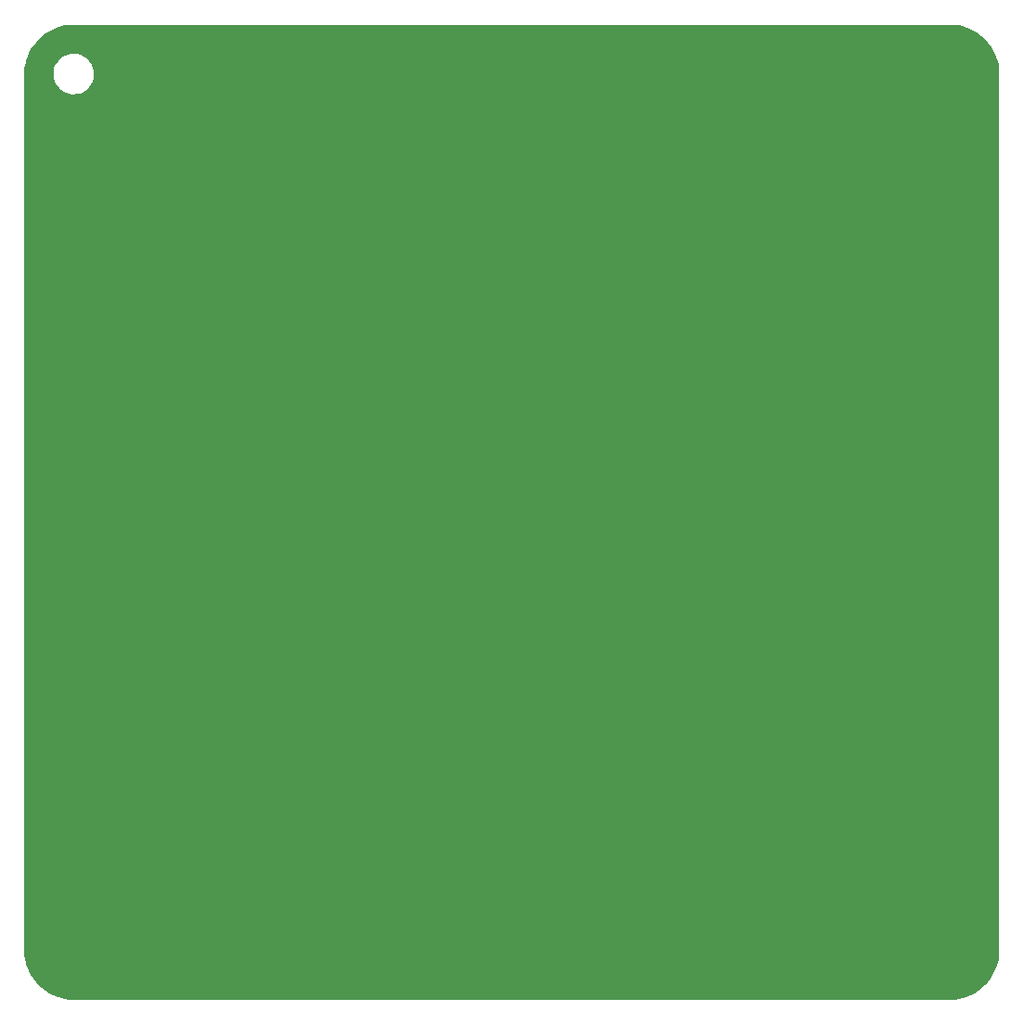
<source format=gbl>
G04 #@! TF.GenerationSoftware,KiCad,Pcbnew,7.0.8*
G04 #@! TF.CreationDate,2023-10-17T14:12:28+02:00*
G04 #@! TF.ProjectId,pour_fillet,706f7572-5f66-4696-9c6c-65742e6b6963,rev?*
G04 #@! TF.SameCoordinates,Original*
G04 #@! TF.FileFunction,Copper,L2,Bot*
G04 #@! TF.FilePolarity,Positive*
%FSLAX46Y46*%
G04 Gerber Fmt 4.6, Leading zero omitted, Abs format (unit mm)*
G04 Created by KiCad (PCBNEW 7.0.8) date 2023-10-17 14:12:28*
%MOMM*%
%LPD*%
G01*
G04 APERTURE LIST*
G04 APERTURE END LIST*
G04 #@! TA.AperFunction,NonConductor*
G36*
X157889474Y-48017504D02*
G01*
X157894826Y-48017973D01*
X158278659Y-48068506D01*
X158283967Y-48069442D01*
X158661920Y-48153232D01*
X158667119Y-48154625D01*
X159036341Y-48271040D01*
X159041422Y-48272889D01*
X159399088Y-48421039D01*
X159403958Y-48423310D01*
X159747350Y-48602069D01*
X159752028Y-48604771D01*
X160078526Y-48812772D01*
X160082959Y-48815876D01*
X160390077Y-49051536D01*
X160394222Y-49055015D01*
X160679630Y-49316543D01*
X160683456Y-49320369D01*
X160944984Y-49605777D01*
X160948463Y-49609922D01*
X161184123Y-49917040D01*
X161187227Y-49921473D01*
X161395228Y-50247971D01*
X161397934Y-50252657D01*
X161576680Y-50596023D01*
X161578964Y-50600921D01*
X161615423Y-50688940D01*
X161727110Y-50958578D01*
X161728961Y-50963663D01*
X161845368Y-51332858D01*
X161846768Y-51338085D01*
X161930556Y-51716030D01*
X161931496Y-51721359D01*
X161982024Y-52105155D01*
X161982496Y-52110546D01*
X161999500Y-52500000D01*
X161999500Y-132500000D01*
X161982496Y-132889453D01*
X161982024Y-132894844D01*
X161931496Y-133278640D01*
X161930556Y-133283969D01*
X161846768Y-133661914D01*
X161845368Y-133667141D01*
X161728961Y-134036336D01*
X161727110Y-134041421D01*
X161578967Y-134399072D01*
X161576680Y-134403976D01*
X161397934Y-134747342D01*
X161395228Y-134752028D01*
X161187227Y-135078526D01*
X161184123Y-135082959D01*
X160948463Y-135390077D01*
X160944984Y-135394222D01*
X160683456Y-135679630D01*
X160679630Y-135683456D01*
X160394222Y-135944984D01*
X160390077Y-135948463D01*
X160082959Y-136184123D01*
X160078526Y-136187227D01*
X159752028Y-136395228D01*
X159747342Y-136397934D01*
X159403976Y-136576680D01*
X159399072Y-136578967D01*
X159041421Y-136727110D01*
X159036336Y-136728961D01*
X158667141Y-136845368D01*
X158661914Y-136846768D01*
X158283969Y-136930556D01*
X158278640Y-136931496D01*
X157894844Y-136982024D01*
X157889453Y-136982496D01*
X157500000Y-136999500D01*
X77500000Y-136999500D01*
X77110546Y-136982496D01*
X77105155Y-136982024D01*
X76721359Y-136931496D01*
X76716030Y-136930556D01*
X76338085Y-136846768D01*
X76332865Y-136845370D01*
X76161193Y-136791242D01*
X75963663Y-136728961D01*
X75958578Y-136727110D01*
X75713889Y-136625757D01*
X75600921Y-136578964D01*
X75596031Y-136576684D01*
X75252657Y-136397934D01*
X75247971Y-136395228D01*
X74921473Y-136187227D01*
X74917040Y-136184123D01*
X74609922Y-135948463D01*
X74605777Y-135944984D01*
X74320369Y-135683456D01*
X74316543Y-135679630D01*
X74055015Y-135394222D01*
X74051536Y-135390077D01*
X73815876Y-135082959D01*
X73812772Y-135078526D01*
X73604771Y-134752028D01*
X73602065Y-134747342D01*
X73423310Y-134403958D01*
X73421039Y-134399088D01*
X73272889Y-134041421D01*
X73271038Y-134036336D01*
X73154625Y-133667119D01*
X73153231Y-133661914D01*
X73069443Y-133283969D01*
X73068506Y-133278659D01*
X73017973Y-132894826D01*
X73017504Y-132889474D01*
X73000500Y-132500000D01*
X73000500Y-132434108D01*
X73000500Y-52567763D01*
X75645787Y-52567763D01*
X75675413Y-52837013D01*
X75675415Y-52837024D01*
X75743926Y-53099082D01*
X75743928Y-53099088D01*
X75849870Y-53348390D01*
X75921998Y-53466575D01*
X75990979Y-53579605D01*
X75990986Y-53579615D01*
X76164253Y-53787819D01*
X76164259Y-53787824D01*
X76365998Y-53968582D01*
X76591910Y-54118044D01*
X76837176Y-54233020D01*
X76837183Y-54233022D01*
X76837185Y-54233023D01*
X77096557Y-54311057D01*
X77096564Y-54311058D01*
X77096569Y-54311060D01*
X77364561Y-54350500D01*
X77364566Y-54350500D01*
X77567636Y-54350500D01*
X77619133Y-54346730D01*
X77770156Y-54335677D01*
X77882758Y-54310593D01*
X78034546Y-54276782D01*
X78034548Y-54276781D01*
X78034553Y-54276780D01*
X78287558Y-54180014D01*
X78523777Y-54047441D01*
X78738177Y-53881888D01*
X78926186Y-53686881D01*
X79083799Y-53466579D01*
X79157787Y-53322669D01*
X79207649Y-53225690D01*
X79207651Y-53225684D01*
X79207656Y-53225675D01*
X79295118Y-52969305D01*
X79344319Y-52702933D01*
X79354212Y-52432235D01*
X79324586Y-52162982D01*
X79256072Y-51900912D01*
X79150130Y-51651610D01*
X79009018Y-51420390D01*
X78919747Y-51313119D01*
X78835746Y-51212180D01*
X78835740Y-51212175D01*
X78634002Y-51031418D01*
X78408092Y-50881957D01*
X78408090Y-50881956D01*
X78162824Y-50766980D01*
X78162819Y-50766978D01*
X78162814Y-50766976D01*
X77903442Y-50688942D01*
X77903428Y-50688939D01*
X77787791Y-50671921D01*
X77635439Y-50649500D01*
X77432369Y-50649500D01*
X77432364Y-50649500D01*
X77229844Y-50664323D01*
X77229831Y-50664325D01*
X76965453Y-50723217D01*
X76965446Y-50723220D01*
X76712439Y-50819987D01*
X76476226Y-50952557D01*
X76261822Y-51118112D01*
X76073822Y-51313109D01*
X76073816Y-51313116D01*
X75916202Y-51533419D01*
X75916199Y-51533424D01*
X75792350Y-51774309D01*
X75792343Y-51774327D01*
X75704884Y-52030685D01*
X75704881Y-52030699D01*
X75655681Y-52297068D01*
X75655680Y-52297075D01*
X75645787Y-52567763D01*
X73000500Y-52567763D01*
X73000500Y-52500000D01*
X73017504Y-52110523D01*
X73017973Y-52105175D01*
X73068506Y-51721337D01*
X73069443Y-51716030D01*
X73109926Y-51533424D01*
X73153233Y-51338074D01*
X73154623Y-51332886D01*
X73271042Y-50963650D01*
X73272889Y-50958578D01*
X73421043Y-50600902D01*
X73423306Y-50596050D01*
X73602075Y-50252639D01*
X73604771Y-50247971D01*
X73812772Y-49921473D01*
X73815864Y-49917055D01*
X74051548Y-49609906D01*
X74055007Y-49605785D01*
X74316554Y-49320357D01*
X74320357Y-49316554D01*
X74605785Y-49055007D01*
X74609906Y-49051548D01*
X74917055Y-48815864D01*
X74921465Y-48812777D01*
X75247971Y-48604771D01*
X75252639Y-48602075D01*
X75596050Y-48423306D01*
X75600902Y-48421043D01*
X75958585Y-48272886D01*
X75963650Y-48271042D01*
X76332886Y-48154623D01*
X76338074Y-48153233D01*
X76716036Y-48069441D01*
X76721337Y-48068506D01*
X77105175Y-48017973D01*
X77110523Y-48017504D01*
X77500000Y-48000500D01*
X77565892Y-48000500D01*
X157434108Y-48000500D01*
X157500000Y-48000500D01*
X157889474Y-48017504D01*
G37*
G04 #@! TD.AperFunction*
M02*

</source>
